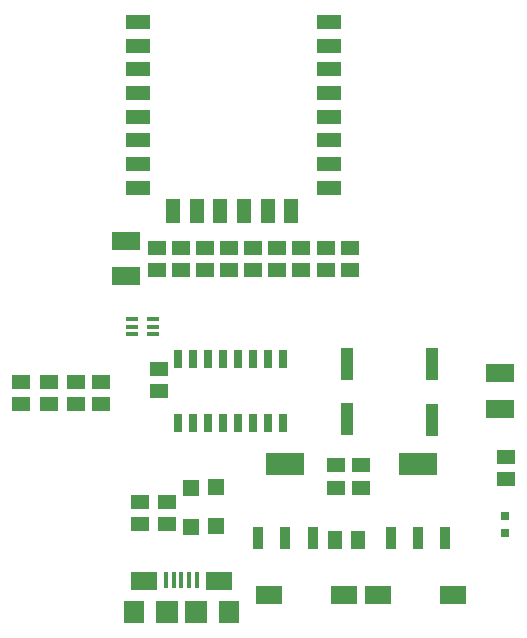
<source format=gbr>
G04 EAGLE Gerber RS-274X export*
G75*
%MOMM*%
%FSLAX34Y34*%
%LPD*%
%INSolderpaste Top*%
%IPPOS*%
%AMOC8*
5,1,8,0,0,1.08239X$1,22.5*%
G01*
%ADD10R,1.500000X1.300000*%
%ADD11R,2.400000X1.600000*%
%ADD12R,1.300000X1.500000*%
%ADD13R,1.000000X2.800000*%
%ADD14R,1.397000X1.397000*%
%ADD15R,0.400000X1.350000*%
%ADD16R,2.200000X1.600000*%
%ADD17R,1.800000X1.900000*%
%ADD18R,1.900000X1.900000*%
%ADD19R,0.800000X0.800000*%
%ADD20R,1.100000X0.400000*%
%ADD21R,2.300000X1.600000*%
%ADD22R,2.000000X1.200000*%
%ADD23R,1.200000X2.000000*%
%ADD24R,0.900000X1.850000*%
%ADD25R,3.200000X1.850000*%
%ADD26R,0.635000X1.524000*%


D10*
X208092Y74828D03*
X208092Y93828D03*
D11*
X173624Y314588D03*
X173624Y284588D03*
D10*
X200040Y308580D03*
X200040Y289580D03*
X220345Y308697D03*
X220345Y289697D03*
D12*
X350972Y61092D03*
X369972Y61092D03*
D10*
X351150Y105608D03*
X351150Y124608D03*
D11*
X489905Y172353D03*
X489905Y202353D03*
D13*
X432608Y210200D03*
X432608Y163200D03*
D10*
X372938Y124608D03*
X372938Y105608D03*
X201986Y187289D03*
X201986Y206289D03*
D14*
X228600Y105730D03*
X228600Y72710D03*
X249936Y106238D03*
X249936Y73218D03*
D15*
X207520Y27440D03*
X214020Y27440D03*
X220520Y27440D03*
X227020Y27440D03*
X233520Y27440D03*
D16*
X189020Y26190D03*
X252020Y26190D03*
D17*
X180520Y690D03*
D18*
X208520Y690D03*
X232520Y690D03*
D17*
X260520Y690D03*
D19*
X494848Y66988D03*
X494848Y81988D03*
D20*
X196320Y235420D03*
X196320Y241920D03*
X196320Y248420D03*
X178320Y248420D03*
X178320Y241920D03*
X178320Y235420D03*
D10*
X322186Y289712D03*
X322186Y308712D03*
X131280Y195240D03*
X131280Y176240D03*
X362877Y308740D03*
X362877Y289740D03*
X342557Y289740D03*
X342557Y308740D03*
X108420Y195240D03*
X108420Y176240D03*
X301866Y289712D03*
X301866Y308712D03*
X281546Y289712D03*
X281546Y308712D03*
X240906Y289712D03*
X240906Y308712D03*
X152100Y176240D03*
X152100Y195240D03*
X495300Y131608D03*
X495300Y112608D03*
X85090Y195240D03*
X85090Y176240D03*
D21*
X450412Y15052D03*
X387412Y15052D03*
X295040Y14920D03*
X358040Y14920D03*
D22*
X183520Y359740D03*
X183520Y379740D03*
X183520Y399740D03*
X183520Y419740D03*
X183520Y439740D03*
X183520Y459740D03*
X183520Y479740D03*
X183520Y499740D03*
X345520Y359740D03*
X345520Y379740D03*
X345520Y399740D03*
X345520Y419740D03*
X345520Y439740D03*
X345520Y459740D03*
X345520Y479740D03*
X345520Y499740D03*
D23*
X293520Y339740D03*
X213520Y339740D03*
X233520Y339740D03*
X313520Y339740D03*
X253520Y339740D03*
X273520Y339740D03*
D24*
X285620Y63300D03*
X308620Y63300D03*
X331620Y63300D03*
D25*
X308620Y125300D03*
D24*
X397634Y63300D03*
X420634Y63300D03*
X443634Y63300D03*
D25*
X420634Y125300D03*
D26*
X230510Y160390D03*
X255910Y214290D03*
X217810Y160390D03*
X243210Y160390D03*
X255910Y160390D03*
X243210Y214290D03*
X268610Y214290D03*
X281310Y214290D03*
X281310Y160390D03*
X306710Y214290D03*
X268610Y160390D03*
X294010Y160390D03*
X294010Y214290D03*
X306710Y160390D03*
X230510Y214290D03*
X217810Y214290D03*
D13*
X360680Y210444D03*
X360680Y163444D03*
D10*
X185420Y93828D03*
X185420Y74828D03*
X261112Y308712D03*
X261112Y289712D03*
M02*

</source>
